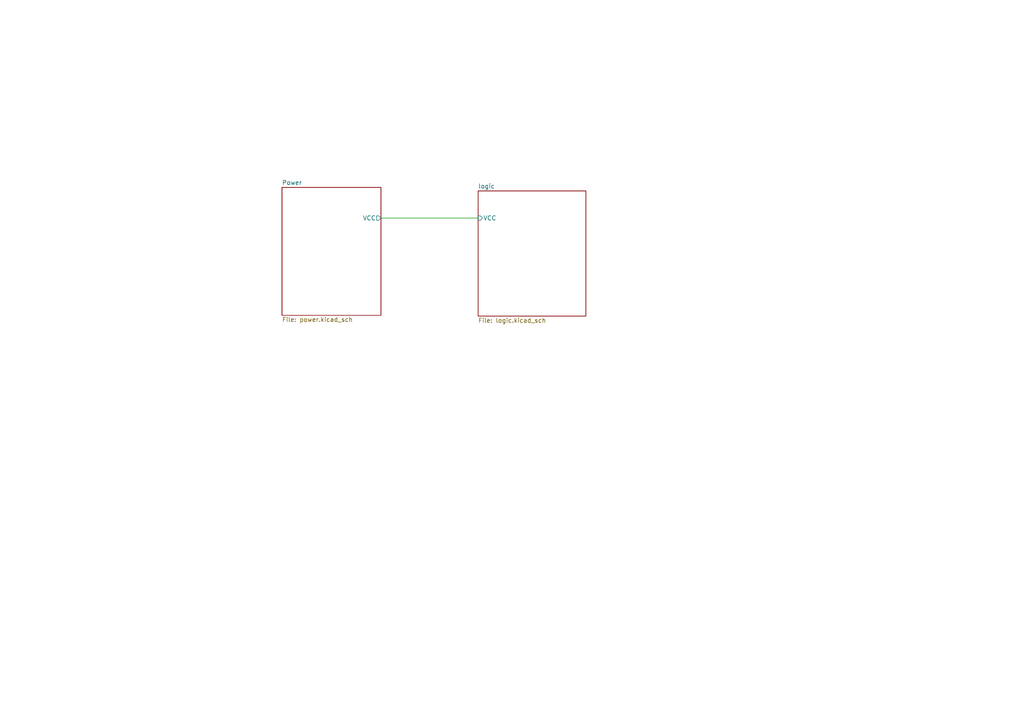
<source format=kicad_sch>
(kicad_sch (version 20230121) (generator eeschema)
  (paper "A4")
  (lib_symbols)
  (wire (pts (xy 110.49 63.246) (xy 138.684 63.246)))
  (sheet (at 81.788 54.356) (size 28.702 37.084)
    (property "Sheetname" "Power" (at 81.788 53.7205 0) (effects (justify left bottom)))
    (property "Sheetfile" "power.kicad_sch" (at 81.788 91.9485 0) (effects (justify left top)))
    (pin "VCC" output (at 110.49 63.246 0))
  )
  (sheet (at 138.684 55.372) (size 31.242 36.322)
    (property "Sheetname" "logic" (at 138.684 54.7365 0) (effects (justify left bottom)))
    (property "Sheetfile" "logic.kicad_sch" (at 138.684 92.2025 0) (effects (justify left top)))
    (pin "VCC" input (at 138.684 63.246 180))
  )
)
</source>
